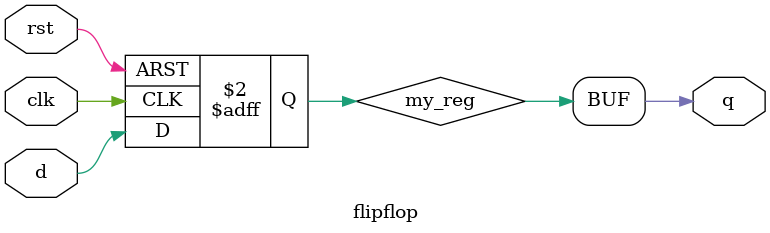
<source format=v>
`timescale 1ns / 1ps


module flipflop(
    input clk,
    input rst,
    input d,
    output q
    );
    
    reg my_reg;
    
    always @(posedge clk or posedge rst) begin
    
    if( rst)
        my_reg <= 1'b0;
    else
        my_reg <= d;
    end
    
    assign q = my_reg;    
endmodule

</source>
